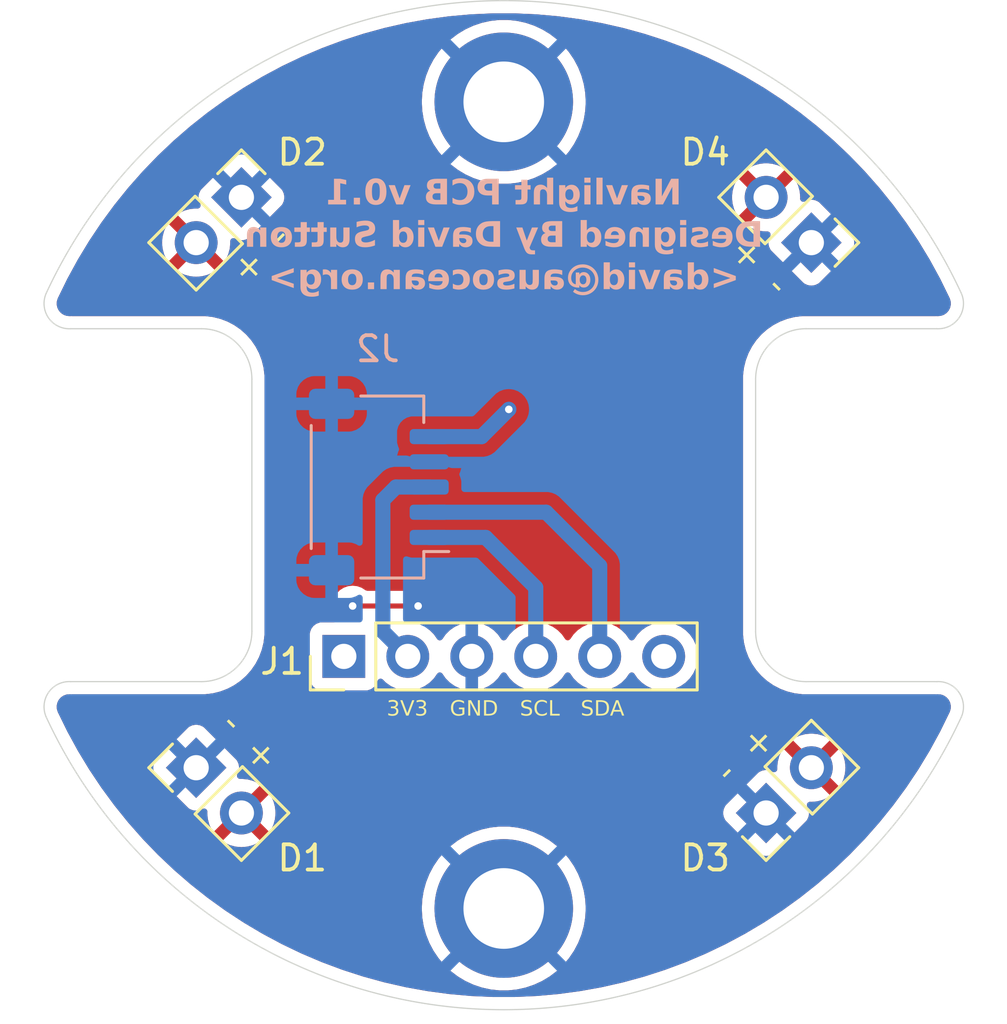
<source format=kicad_pcb>
(kicad_pcb (version 20240108) (generator "pcbnew") (generator_version "8.0")
  (layers (0 "F.Cu" signal) (31 "B.Cu" signal) (34 "B.Paste" user) (35 "F.Paste" user) (36 "B.SilkS" user "B.Silkscreen") (37 "F.SilkS" user "F.Silkscreen") (38 "B.Mask" user) (39 "F.Mask" user) (44 "Edge.Cuts" user))
  (net 0 "")
  (net 1 "GND")
  (net 4 "NAV")
  (net 5 "SCL")
  (net 6 "+3V3")
  (net 7 "SDA")
  (footprint "MountingHole:MountingHole_3.2mm_M3_ISO14580_Pad_TopBottom" (layer "F.Cu") (at 200 96)
    (property "Reference" "H2" (hide yes))
    (property "Value" "MNT")
    (pad "1" thru_hole circle (at 0 0) (size 3.6 3.6) (drill 3.2) (layers "*.Cu" "*.Mask") (net 1 "GND"))
    (pad "1" connect circle (at 0 0) (size 5.5 5.5) (layers "F.Cu" "F.Mask") (net 1 "GND"))
    (pad "1" connect circle (at 0 0) (size 5.5 5.5) (layers "B.Cu" "B.Mask") (net 1 "GND"))
  )
  (footprint "Connector_PinHeader_2.54mm:PinHeader_1x02_P2.54mm_Vertical" (layer "F.Cu") (at 211.313708 68.686292 -135)
    (property "Reference" "D4" (at 0.44365 4.242641 0) (layer "F.SilkS"))
    (property "Value" "LED")
    (fp_line (start 1.33 0) (end 1.33 2.600001) (stroke (width 0.12)) (layer "F.SilkS"))
    (fp_line (start -1.33 2.600001) (end 1.33 2.600001) (stroke (width 0.12)) (layer "F.SilkS"))
    (fp_line (start -1.33 0) (end 1.33 0) (stroke (width 0.12)) (layer "F.SilkS"))
    (fp_line (start -1.33 0) (end -1.33 2.600001) (stroke (width 0.12)) (layer "F.SilkS"))
    (fp_line (start -1.33 -1.270001) (end -1.33 -2.600001) (stroke (width 0.12)) (layer "F.SilkS"))
    (fp_line (start -1.33 -2.600001) (end 0 -2.600001) (stroke (width 0.12)) (layer "F.SilkS"))
    (pad "1" thru_hole rect (at 0 -1.270001 225) (size 1.7 1.7) (drill 1) (layers "*.Cu" "*.Mask") (net 1 "GND"))
    (pad "2" thru_hole oval (at 0 1.270001 225) (size 1.7 1.7) (drill 1) (layers "*.Cu" "*.Mask") (net 4 "NAV"))
  )
  (footprint "MountingHole:MountingHole_3.2mm_M3_ISO14580_Pad_TopBottom" (layer "F.Cu") (at 200 64.000001 90)
    (property "Reference" "H1" (hide yes))
    (property "Value" "MNT")
    (pad "1" thru_hole circle (at 0 0 90) (size 3.6 3.6) (drill 3.2) (layers "*.Cu" "*.Mask") (net 1 "GND"))
    (pad "1" connect circle (at 0 0 90) (size 5.5 5.5) (layers "F.Cu" "F.Mask") (net 1 "GND"))
    (pad "1" connect circle (at 0 0 90) (size 5.5 5.5) (layers "B.Cu" "B.Mask") (net 1 "GND"))
  )
  (footprint "Connector_PinHeader_2.54mm:PinHeader_1x06_P2.54mm_Vertical" (layer "F.Cu") (at 193.65 86 90)
    (property "Reference" "J1" (at -0.2 -2.45 180) (layer "F.SilkS"))
    (property "Value" "TSL2951")
    (fp_line (start -1.33 -1.33) (end 0 -1.33) (stroke (width 0.12)) (layer "F.SilkS"))
    (fp_line (start -1.33 0) (end -1.33 -1.33) (stroke (width 0.12)) (layer "F.SilkS"))
    (fp_line (start 1.33 1.27) (end 1.33 14.03) (stroke (width 0.12)) (layer "F.SilkS"))
    (fp_line (start -1.33 1.27) (end 1.33 1.27) (stroke (width 0.12)) (layer "F.SilkS"))
    (fp_line (start -1.33 1.27) (end -1.33 14.03) (stroke (width 0.12)) (layer "F.SilkS"))
    (fp_line (start -1.33 14.03) (end 1.33 14.03) (stroke (width 0.12)) (layer "F.SilkS"))
    (pad "1" thru_hole rect (at 0 0 90) (size 1.7 1.7) (drill 1) (layers "*.Cu" "*.Mask"))
    (pad "2" thru_hole oval (at 0 2.54 90) (size 1.7 1.7) (drill 1) (layers "*.Cu" "*.Mask") (net 6 "+3V3"))
    (pad "3" thru_hole oval (at 0 5.08 90) (size 1.7 1.7) (drill 1) (layers "*.Cu" "*.Mask") (net 1 "GND"))
    (pad "4" thru_hole oval (at 0 7.62 90) (size 1.7 1.7) (drill 1) (layers "*.Cu" "*.Mask") (net 5 "SCL"))
    (pad "5" thru_hole oval (at 0 10.16 90) (size 1.7 1.7) (drill 1) (layers "*.Cu" "*.Mask") (net 7 "SDA"))
    (pad "6" thru_hole oval (at 0 12.7 90) (size 1.7 1.7) (drill 1) (layers "*.Cu" "*.Mask"))
  )
  (footprint "Connector_PinHeader_2.54mm:PinHeader_1x02_P2.54mm_Vertical" (layer "F.Cu") (at 188.686292 68.686292 -45)
    (property "Reference" "D2" (at 0.44365 -4.242641 0) (layer "F.SilkS"))
    (property "Value" "LED")
    (fp_line (start -1.33 2.600001) (end 1.33 2.600001) (stroke (width 0.12)) (layer "F.SilkS"))
    (fp_line (start -1.33 0) (end -1.33 2.600001) (stroke (width 0.12)) (layer "F.SilkS"))
    (fp_line (start -1.33 0) (end 1.33 0) (stroke (width 0.12)) (layer "F.SilkS"))
    (fp_line (start -1.33 -1.270001) (end -1.33 -2.600001) (stroke (width 0.12)) (layer "F.SilkS"))
    (fp_line (start -1.33 -2.600001) (end 0 -2.600001) (stroke (width 0.12)) (layer "F.SilkS"))
    (fp_line (start 1.33 0) (end 1.33 2.600001) (stroke (width 0.12)) (layer "F.SilkS"))
    (pad "1" thru_hole rect (at 0 -1.270001 315) (size 1.7 1.7) (drill 1) (layers "*.Cu" "*.Mask") (net 1 "GND"))
    (pad "2" thru_hole oval (at 0 1.270001 315) (size 1.7 1.7) (drill 1) (layers "*.Cu" "*.Mask") (net 4 "NAV"))
  )
  (footprint "Connector_PinHeader_2.54mm:PinHeader_1x02_P2.54mm_Vertical" (layer "F.Cu") (at 188.686292 91.313708 45)
    (property "Reference" "D1" (at 0.44365 4.242641 0) (layer "F.SilkS"))
    (property "Value" "LED")
    (fp_line (start -1.33 -2.600001) (end 0 -2.600001) (stroke (width 0.12)) (layer "F.SilkS"))
    (fp_line (start -1.33 -1.270001) (end -1.33 -2.600001) (stroke (width 0.12)) (layer "F.SilkS"))
    (fp_line (start -1.33 0) (end -1.33 2.600001) (stroke (width 0.12)) (layer "F.SilkS"))
    (fp_line (start -1.33 0) (end 1.33 0) (stroke (width 0.12)) (layer "F.SilkS"))
    (fp_line (start -1.33 2.600001) (end 1.33 2.600001) (stroke (width 0.12)) (layer "F.SilkS"))
    (fp_line (start 1.33 0) (end 1.33 2.600001) (stroke (width 0.12)) (layer "F.SilkS"))
    (pad "1" thru_hole rect (at 0 -1.270001 45) (size 1.7 1.7) (drill 1) (layers "*.Cu" "*.Mask") (net 1 "GND"))
    (pad "2" thru_hole oval (at 0 1.270001 45) (size 1.7 1.7) (drill 1) (layers "*.Cu" "*.Mask") (net 4 "NAV"))
  )
  (footprint "Connector_PinHeader_2.54mm:PinHeader_1x02_P2.54mm_Vertical" (layer "F.Cu") (at 211.313708 91.313708 135)
    (property "Reference" "D3" (at 0.44365 -4.242641 0) (layer "F.SilkS"))
    (property "Value" "LED")
    (fp_line (start 1.33 0) (end 1.33 2.600001) (stroke (width 0.12)) (layer "F.SilkS"))
    (fp_line (start -1.33 -2.600001) (end 0 -2.600001) (stroke (width 0.12)) (layer "F.SilkS"))
    (fp_line (start -1.33 -1.270001) (end -1.33 -2.600001) (stroke (width 0.12)) (layer "F.SilkS"))
    (fp_line (start -1.33 0) (end 1.33 0) (stroke (width 0.12)) (layer "F.SilkS"))
    (fp_line (start -1.33 0) (end -1.33 2.600001) (stroke (width 0.12)) (layer "F.SilkS"))
    (fp_line (start -1.33 2.600001) (end 1.33 2.600001) (stroke (width 0.12)) (layer "F.SilkS"))
    (pad "1" thru_hole rect (at 0 -1.270001 135) (size 1.7 1.7) (drill 1) (layers "*.Cu" "*.Mask") (net 1 "GND"))
    (pad "2" thru_hole oval (at 0 1.270001 135) (size 1.7 1.7) (drill 1) (layers "*.Cu" "*.Mask") (net 4 "NAV"))
  )
  (footprint "Connector_JST:JST_SH_SM05B-SRSS-TB_1x05-1MP_P1.00mm_Horizontal" (layer "B.Cu") (at 195.04 79.28 90)
    (property "Reference" "J2" (at 5.48 -0.04 0) (layer "B.SilkS") (effects (justify mirror)))
    (property "Value" "Conn_01x05_Pin")
    (fp_line (start 2.44 -2.685) (end -2.44 -2.685) (stroke (width 0.12)) (layer "B.SilkS"))
    (fp_line (start 3.61 1.785) (end 3.61 -0.715) (stroke (width 0.12)) (layer "B.SilkS"))
    (fp_line (start 2.56 1.785) (end 3.61 1.785) (stroke (width 0.12)) (layer "B.SilkS"))
    (fp_line (start -2.56 1.785) (end -3.61 1.785) (stroke (width 0.12)) (layer "B.SilkS"))
    (fp_line (start -3.61 1.785) (end -3.61 -0.715) (stroke (width 0.12)) (layer "B.SilkS"))
    (fp_line (start -2.56 2.775) (end -2.56 1.785) (stroke (width 0.12)) (layer "B.SilkS"))
    (pad "1" smd roundrect (at -2 2 90) (size 0.6 1.55) (layers "B.Cu" "B.Paste" "B.Mask") (net 5 "SCL"))
    (pad "2" smd roundrect (at -1 2 90) (size 0.6 1.55) (layers "B.Cu" "B.Paste" "B.Mask") (net 7 "SDA"))
    (pad "3" smd roundrect (at 0 2 90) (size 0.6 1.55) (layers "B.Cu" "B.Paste" "B.Mask") (net 6 "+3V3"))
    (pad "4" smd roundrect (at 1 2 90) (size 0.6 1.55) (layers "B.Cu" "B.Paste" "B.Mask") (net 1 "GND"))
    (pad "5" smd roundrect (at 2 2 90) (size 0.6 1.55) (layers "B.Cu" "B.Paste" "B.Mask") (net 4 "NAV"))
    (pad "MP" smd roundrect (at -3.3 -1.875 90) (size 1.2 1.8) (layers "B.Cu" "B.Paste" "B.Mask") (roundrect_rratio 0.208333) (net 1 "GND"))
    (pad "MP" smd roundrect (at 3.3 -1.875 90) (size 1.2 1.8) (layers "B.Cu" "B.Paste" "B.Mask") (roundrect_rratio 0.208333) (net 1 "GND"))
  )
  (gr_line (start 188 87) (end 182.8 87) (stroke (width 0.05)) (layer "Edge.Cuts"))
  (gr_line (start 182.8 73) (end 188 73) (stroke (width 0.05)) (layer "Edge.Cuts"))
  (gr_line (start 217.2 87) (end 212 87) (stroke (width 0.05)) (layer "Edge.Cuts"))
  (gr_arc (start 212 87) (mid 210.585786 86.414214) (end 210 85) (stroke (width 0.05)) (layer "Edge.Cuts"))
  (gr_arc (start 190 85) (mid 189.414214 86.414214) (end 188 87) (stroke (width 0.05)) (layer "Edge.Cuts"))
  (gr_arc (start 218.164953 71.593354) (mid 218.075651 72.566393) (end 217.2 73) (stroke (width 0.05)) (layer "Edge.Cuts"))
  (gr_line (start 190 75) (end 190 85) (stroke (width 0.05)) (layer "Edge.Cuts"))
  (gr_line (start 210 85) (end 210 75) (stroke (width 0.05)) (layer "Edge.Cuts"))
  (gr_arc (start 181.835047 88.406646) (mid 181.924349 87.433607) (end 182.8 87) (stroke (width 0.05)) (layer "Edge.Cuts"))
  (gr_arc (start 181.835048 71.593354) (mid 200 59.984077) (end 218.164953 71.593354) (stroke (width 0.05)) (layer "Edge.Cuts"))
  (gr_line (start 212 73) (end 217.2 73) (stroke (width 0.05)) (layer "Edge.Cuts"))
  (gr_arc (start 188 73) (mid 189.414214 73.585786) (end 190 75) (stroke (width 0.05)) (layer "Edge.Cuts"))
  (gr_arc (start 210 75) (mid 210.585786 73.585786) (end 212 73) (stroke (width 0.05)) (layer "Edge.Cuts"))
  (gr_arc (start 217.2 87) (mid 218.075651 87.433607) (end 218.164953 88.406646) (stroke (width 0.05)) (layer "Edge.Cuts"))
  (gr_arc (start 182.8 73) (mid 181.924349 72.566393) (end 181.835047 71.593354) (stroke (width 0.05)) (layer "Edge.Cuts"))
  (gr_arc (start 218.164954 88.406647) (mid 200 100.015927) (end 181.835047 88.406646) (stroke (width 0.05)) (layer "Edge.Cuts"))
  (gr_text "Navlight PCB v0.1\nDesigned By David Sutton\n<david@ausocean.org>" (at 200 71.6 0) (layer "B.SilkS") (effects (font (size 1 1) (thickness 0.2) (bold yes)) (justify bottom mirror)))
  (gr_text "3V3" (at 195.35 88.45 0) (layer "F.SilkS") (effects (font (size 0.6 0.6) (thickness 0.1)) (justify left bottom)))
  (gr_text "+  -" (at 189.9 71.4 45) (layer "F.SilkS") (effects (font (size 1 1) (thickness 0.1)) (justify left bottom)))
  (gr_text "+  -" (at 208.8 70.088818 315) (layer "F.SilkS") (effects (font (size 1 1) (thickness 0.1)) (justify left bottom)))
  (gr_text "GND" (at 197.856485 88.45 0) (layer "F.SilkS") (effects (font (size 0.6 0.6) (thickness 0.1)) (justify left bottom)))
  (gr_text "SCL" (at 200.639062 88.45 0) (layer "F.SilkS") (effects (font (size 0.6 0.6) (thickness 0.1)) (justify left bottom)))
  (gr_text "+  -" (at 191.2 89.911182 135) (layer "F.SilkS") (effects (font (size 1 1) (thickness 0.1)) (justify left bottom)))
  (gr_text "+  -" (at 210.1 88.6 -135) (layer "F.SilkS") (effects (font (size 1 1) (thickness 0.1)) (justify left bottom)))
  (gr_text "SDA" (at 203.05 88.45 0) (layer "F.SilkS") (effects (font (size 0.6 0.6) (thickness 0.1)) (justify left bottom)))
  (segment (start 194 84) (end 196.6 84) (width 0.2) (layer "F.Cu") (net 1))
  (via (at 196.6 84) (size 0.6) (drill 0.3) (layers "F.Cu" "B.Cu") (net 1))
  (via (at 194 84) (size 0.6) (drill 0.3) (layers "F.Cu" "B.Cu") (net 1))
  (segment (start 196.6 84) (end 196.8 84) (width 0.2) (layer "B.Cu") (net 1))
  (via (at 200.2 76.2) (size 0.6) (drill 0.3) (layers "F.Cu" "B.Cu") (net 4))
  (segment (start 199.12 77.28) (end 200.2 76.2) (width 0.6) (layer "B.Cu") (net 4))
  (segment (start 197.04 77.28) (end 199.12 77.28) (width 0.6) (layer "B.Cu") (net 4))
  (segment (start 197.04 81.28) (end 199.28 81.28) (width 0.6) (layer "B.Cu") (net 5))
  (segment (start 199.28 81.28) (end 201.27 83.27) (width 0.6) (layer "B.Cu") (net 5))
  (segment (start 201.27 83.27) (end 201.27 86) (width 0.6) (layer "B.Cu") (net 5))
  (segment (start 195.2 79.8) (end 195.2 85.01) (width 0.6) (layer "B.Cu") (net 6))
  (segment (start 197.04 79.28) (end 195.72 79.28) (width 0.6) (layer "B.Cu") (net 6))
  (segment (start 195.2 85.01) (end 196.19 86) (width 0.6) (layer "B.Cu") (net 6))
  (segment (start 195.72 79.28) (end 195.2 79.8) (width 0.6) (layer "B.Cu") (net 6))
  (segment (start 203.81 82.41) (end 203.81 86) (width 0.6) (layer "B.Cu") (net 7))
  (segment (start 197.04 80.28) (end 201.68 80.28) (width 0.6) (layer "B.Cu") (net 7))
  (segment (start 201.68 80.28) (end 203.81 82.41) (width 0.6) (layer "B.Cu") (net 7))
  (zone (net 4) (net_name "NAV") (layer "F.Cu") (connect_pads (clearance 0.5)) (min_thickness 0.25) (fill yes (thermal_gap 0.5) (thermal_bridge_width 0.5))
    (polygon (pts (xy 180 60) (xy 220 60) (xy 220 100) (xy 180 100)))
  )
  (zone (net 1) (net_name "GND") (layer "B.Cu") (connect_pads (clearance 0.5)) (min_thickness 0.25) (fill yes (thermal_gap 0.5) (thermal_bridge_width 0.5))
    (polygon (pts (xy 180 60) (xy 220 60) (xy 220 100) (xy 180 100)))
  )
)
</source>
